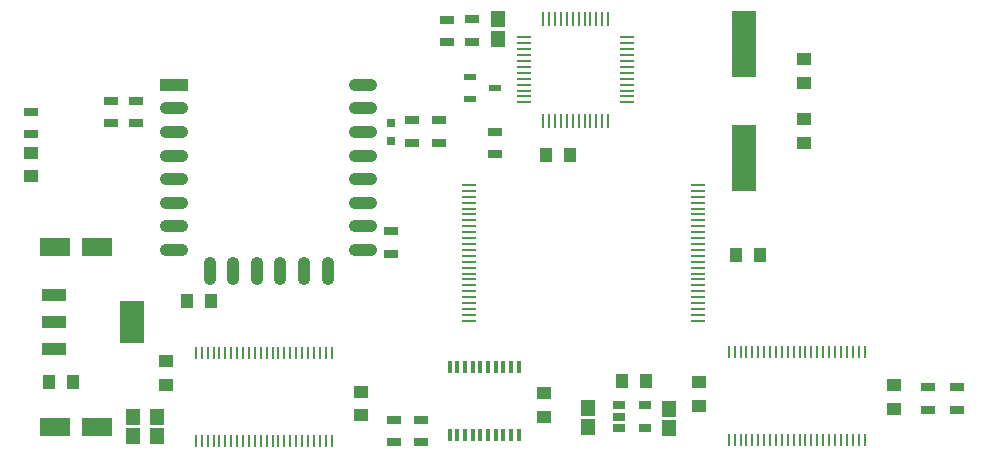
<source format=gbr>
G04 #@! TF.GenerationSoftware,KiCad,Pcbnew,(2017-02-04 revision 9a6e5734b)-master*
G04 #@! TF.CreationDate,2017-03-24T17:30:25+01:00*
G04 #@! TF.ProjectId,mega-wifi,6D6567612D776966692E6B696361645F,A1*
G04 #@! TF.FileFunction,Paste,Top*
G04 #@! TF.FilePolarity,Positive*
%FSLAX46Y46*%
G04 Gerber Fmt 4.6, Leading zero omitted, Abs format (unit mm)*
G04 Created by KiCad (PCBNEW (2017-02-04 revision 9a6e5734b)-master) date Fri Mar 24 17:30:25 2017*
%MOMM*%
%LPD*%
G01*
G04 APERTURE LIST*
%ADD10C,0.100000*%
%ADD11R,1.300000X0.700000*%
%ADD12R,1.250000X1.000000*%
%ADD13R,1.270000X0.279400*%
%ADD14R,1.000000X1.250000*%
%ADD15R,0.285000X1.000000*%
%ADD16R,0.400000X1.000000*%
%ADD17R,0.797560X0.797560*%
%ADD18R,1.000760X0.599440*%
%ADD19R,2.032000X3.657600*%
%ADD20R,2.032000X1.016000*%
%ADD21R,1.300000X0.250000*%
%ADD22R,0.250000X1.300000*%
%ADD23O,1.100000X2.400000*%
%ADD24R,2.400000X1.100000*%
%ADD25O,2.400000X1.100000*%
%ADD26R,2.100580X5.600700*%
%ADD27R,2.600960X1.600200*%
%ADD28R,1.060000X0.650000*%
%ADD29R,1.250000X1.380000*%
G04 APERTURE END LIST*
D10*
D11*
X112776000Y-89855000D03*
X112776000Y-91755000D03*
X114935000Y-89855000D03*
X114935000Y-91755000D03*
X138303000Y-91518700D03*
X138303000Y-93418700D03*
D12*
X162560000Y-115681000D03*
X162560000Y-113681000D03*
D13*
X143105041Y-96988897D03*
X143105041Y-97488897D03*
X143105041Y-97988897D03*
X143105041Y-98488897D03*
X143105041Y-98988897D03*
X143105041Y-99488897D03*
X143105041Y-99988897D03*
X143105041Y-100488897D03*
X143105041Y-100988897D03*
X143105041Y-101488897D03*
X143105041Y-101988897D03*
X143105041Y-102488897D03*
X143105041Y-102988897D03*
X143105041Y-103488897D03*
X143105041Y-103988897D03*
X143105041Y-104488897D03*
X162536041Y-104488897D03*
X162536041Y-103988897D03*
X162536041Y-103488897D03*
X162536041Y-102988897D03*
X162536041Y-102488897D03*
X162536041Y-101988897D03*
X162536041Y-101488897D03*
X162536041Y-100988897D03*
X162536041Y-100488897D03*
X162536041Y-99988897D03*
X162536041Y-99488897D03*
X162536041Y-98988897D03*
X162536041Y-98488897D03*
X162536041Y-97988897D03*
X162536041Y-97488897D03*
X162536041Y-96988897D03*
X143105041Y-104988897D03*
X143105041Y-105488897D03*
X143105041Y-105988897D03*
X143105041Y-106488897D03*
X143105041Y-106988897D03*
X143105041Y-107488897D03*
X143105041Y-107988897D03*
X143105041Y-108488897D03*
X162536041Y-108488897D03*
X162536041Y-107988897D03*
X162536041Y-107488897D03*
X162536041Y-106988897D03*
X162536041Y-106488897D03*
X162536041Y-105988897D03*
X162536041Y-105488897D03*
X162536041Y-104988897D03*
D14*
X165725600Y-102946200D03*
X167725600Y-102946200D03*
D15*
X119980000Y-118685000D03*
X120480000Y-118685000D03*
X120980000Y-118685000D03*
X121480000Y-118685000D03*
X121980000Y-118685000D03*
X122480000Y-118685000D03*
X122980000Y-118685000D03*
X123480000Y-118685000D03*
X123980000Y-118685000D03*
X124480000Y-118685000D03*
X124980000Y-118685000D03*
X125480000Y-118685000D03*
X125980000Y-118685000D03*
X126480000Y-118685000D03*
X126980000Y-118685000D03*
X127480000Y-118685000D03*
X127980000Y-118685000D03*
X128480000Y-118685000D03*
X128980000Y-118685000D03*
X129480000Y-118685000D03*
X129980000Y-118685000D03*
X130480000Y-118685000D03*
X130980000Y-118685000D03*
X131480000Y-118685000D03*
X131480000Y-111185000D03*
X130980000Y-111185000D03*
X130480000Y-111185000D03*
X129980000Y-111185000D03*
X129480000Y-111185000D03*
X128980000Y-111185000D03*
X128480000Y-111185000D03*
X127980000Y-111185000D03*
X127480000Y-111185000D03*
X126980000Y-111185000D03*
X126480000Y-111185000D03*
X125980000Y-111185000D03*
X125480000Y-111185000D03*
X124980000Y-111185000D03*
X124480000Y-111185000D03*
X123980000Y-111185000D03*
X123480000Y-111185000D03*
X122980000Y-111185000D03*
X122480000Y-111185000D03*
X121980000Y-111185000D03*
X121480000Y-111185000D03*
X120980000Y-111185000D03*
X120480000Y-111185000D03*
X119980000Y-111185000D03*
D16*
X147312166Y-112372334D03*
X146662166Y-112372334D03*
X146012166Y-112372334D03*
X145362166Y-112372334D03*
X144712166Y-112372334D03*
X144062166Y-112372334D03*
X143412166Y-112372334D03*
X142762166Y-112372334D03*
X142112166Y-112372334D03*
X141462166Y-112372334D03*
X141462166Y-118172334D03*
X142112166Y-118172334D03*
X142762166Y-118172334D03*
X143412166Y-118172334D03*
X144062166Y-118172334D03*
X144712166Y-118172334D03*
X145362166Y-118172334D03*
X146012166Y-118172334D03*
X146662166Y-118172334D03*
X147312166Y-118172334D03*
D14*
X109585000Y-113665000D03*
X107585000Y-113665000D03*
D12*
X133959600Y-116493800D03*
X133959600Y-114493800D03*
X117475000Y-113935000D03*
X117475000Y-111935000D03*
X149440900Y-116624100D03*
X149440900Y-114624100D03*
X179070000Y-115935000D03*
X179070000Y-113935000D03*
D14*
X151647400Y-94437200D03*
X149647400Y-94437200D03*
D12*
X171492956Y-91408816D03*
X171492956Y-93408816D03*
X171492956Y-88328816D03*
X171492956Y-86328816D03*
D14*
X119253000Y-106807000D03*
X121253000Y-106807000D03*
D17*
X136525000Y-93268800D03*
X136525000Y-91770200D03*
D18*
X143230302Y-87837048D03*
X145343582Y-88789548D03*
X143230302Y-89742048D03*
D11*
X184413345Y-116012813D03*
X184413345Y-114112813D03*
X140589000Y-91506000D03*
X140589000Y-93406000D03*
X181974945Y-114112813D03*
X181974945Y-116012813D03*
X141224000Y-82997000D03*
X141224000Y-84897000D03*
X143398448Y-82969734D03*
X143398448Y-84869734D03*
X145338800Y-94371200D03*
X145338800Y-92471200D03*
X136525000Y-102804000D03*
X136525000Y-100904000D03*
D19*
X114554000Y-108585000D03*
D20*
X107950000Y-108585000D03*
X107950000Y-110871000D03*
X107950000Y-106299000D03*
D15*
X176600000Y-111125000D03*
X176100000Y-111125000D03*
X175600000Y-111125000D03*
X175100000Y-111125000D03*
X174600000Y-111125000D03*
X174100000Y-111125000D03*
X173600000Y-111125000D03*
X173100000Y-111125000D03*
X172600000Y-111125000D03*
X172100000Y-111125000D03*
X171600000Y-111125000D03*
X171100000Y-111125000D03*
X170600000Y-111125000D03*
X170100000Y-111125000D03*
X169600000Y-111125000D03*
X169100000Y-111125000D03*
X168600000Y-111125000D03*
X168100000Y-111125000D03*
X167600000Y-111125000D03*
X167100000Y-111125000D03*
X166600000Y-111125000D03*
X166100000Y-111125000D03*
X165600000Y-111125000D03*
X165100000Y-111125000D03*
X165100000Y-118625000D03*
X165600000Y-118625000D03*
X166100000Y-118625000D03*
X166600000Y-118625000D03*
X167100000Y-118625000D03*
X167600000Y-118625000D03*
X168100000Y-118625000D03*
X168600000Y-118625000D03*
X169100000Y-118625000D03*
X169600000Y-118625000D03*
X170100000Y-118625000D03*
X170600000Y-118625000D03*
X171100000Y-118625000D03*
X171600000Y-118625000D03*
X172100000Y-118625000D03*
X172600000Y-118625000D03*
X173100000Y-118625000D03*
X173600000Y-118625000D03*
X174100000Y-118625000D03*
X174600000Y-118625000D03*
X175100000Y-118625000D03*
X175600000Y-118625000D03*
X176100000Y-118625000D03*
X176600000Y-118625000D03*
D21*
X156496000Y-89999000D03*
X156496000Y-89499000D03*
X156496000Y-88999000D03*
X156496000Y-88499000D03*
X156496000Y-87999000D03*
X156496000Y-87499000D03*
X156496000Y-86999000D03*
X156496000Y-86499000D03*
X156496000Y-85999000D03*
X156496000Y-85499000D03*
X156496000Y-84999000D03*
X156496000Y-84499000D03*
D22*
X154896000Y-82899000D03*
X154396000Y-82899000D03*
X153896000Y-82899000D03*
X153396000Y-82899000D03*
X152896000Y-82899000D03*
X152396000Y-82899000D03*
X151896000Y-82899000D03*
X151396000Y-82899000D03*
X150896000Y-82899000D03*
X150396000Y-82899000D03*
X149896000Y-82899000D03*
X149396000Y-82899000D03*
D21*
X147796000Y-84499000D03*
X147796000Y-84999000D03*
X147796000Y-85499000D03*
X147796000Y-85999000D03*
X147796000Y-86499000D03*
X147796000Y-86999000D03*
X147796000Y-87499000D03*
X147796000Y-87999000D03*
X147796000Y-88499000D03*
X147796000Y-88999000D03*
X147796000Y-89499000D03*
X147796000Y-89999000D03*
D22*
X149396000Y-91599000D03*
X149896000Y-91599000D03*
X150396000Y-91599000D03*
X150896000Y-91599000D03*
X151396000Y-91599000D03*
X151896000Y-91599000D03*
X152396000Y-91599000D03*
X152896000Y-91599000D03*
X153396000Y-91599000D03*
X153896000Y-91599000D03*
X154396000Y-91599000D03*
X154896000Y-91599000D03*
D23*
X121150800Y-104256800D03*
X123150800Y-104256800D03*
X125150800Y-104256800D03*
X127150800Y-104256800D03*
X129150800Y-104256800D03*
X131150800Y-104256800D03*
D24*
X118160800Y-88506800D03*
D25*
X118160800Y-90506800D03*
X118160800Y-92506800D03*
X118160800Y-94506800D03*
X118160800Y-96506800D03*
X118160800Y-98506800D03*
X118160800Y-100506800D03*
X118160800Y-102506800D03*
X134160800Y-102506800D03*
X134160800Y-100506800D03*
X134160800Y-98506800D03*
X134160800Y-96506800D03*
X134160800Y-94506800D03*
X134160800Y-92506800D03*
X134160800Y-90506800D03*
X134160800Y-88506800D03*
D26*
X166412956Y-94717676D03*
X166412956Y-85019956D03*
D27*
X111655860Y-117475000D03*
X108054140Y-117475000D03*
X111655860Y-102235000D03*
X108054140Y-102235000D03*
D28*
X155829000Y-115661400D03*
X155829000Y-116611400D03*
X155829000Y-117561400D03*
X158029000Y-117561400D03*
X158029000Y-115661400D03*
D29*
X153162000Y-117523000D03*
X153162000Y-115903000D03*
X145557448Y-82982734D03*
X145557448Y-84602734D03*
D14*
X158099000Y-113563400D03*
X156099000Y-113563400D03*
D29*
X160020000Y-115928400D03*
X160020000Y-117548400D03*
D12*
X106045000Y-94250000D03*
X106045000Y-96250000D03*
D11*
X136753600Y-118780600D03*
X136753600Y-116880600D03*
X139039600Y-116880600D03*
X139039600Y-118780600D03*
X106045000Y-92705000D03*
X106045000Y-90805000D03*
D29*
X114681000Y-116665000D03*
X114681000Y-118285000D03*
X116713000Y-116665000D03*
X116713000Y-118285000D03*
M02*

</source>
